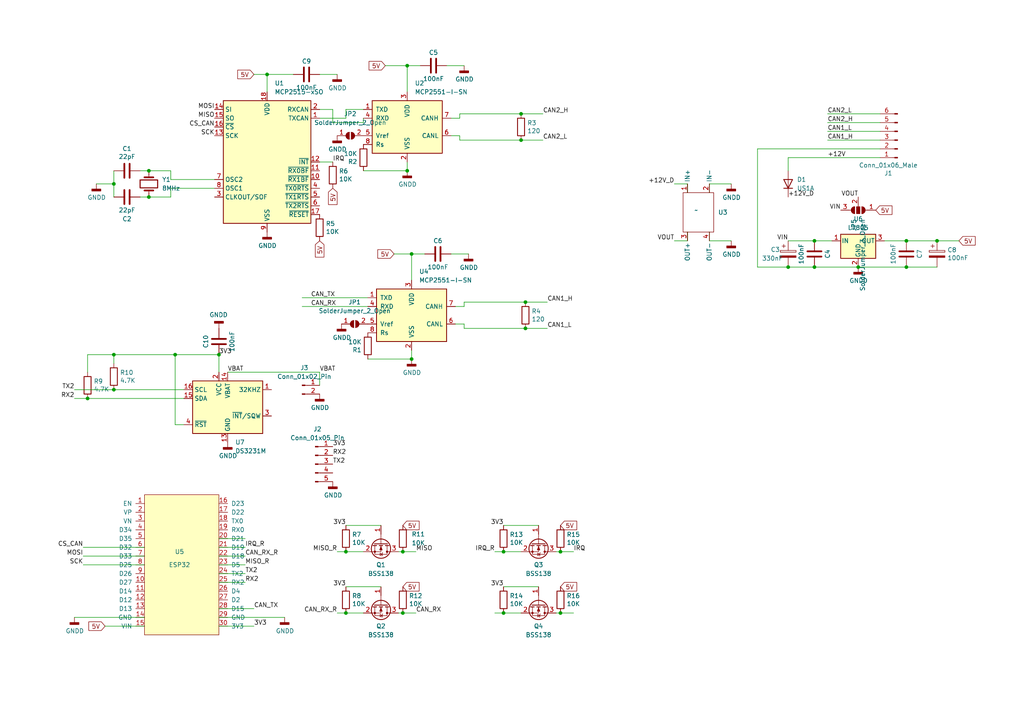
<source format=kicad_sch>
(kicad_sch (version 20230121) (generator eeschema)
  (paper "A4")
  (title_block (title "PSA CAN Bridge") (rev "1.3"))
  (lib_symbols
    (symbol "Connector:Conn_01x02_Pin" (pin_names (offset 1.016) hide)
      (property "Reference" "J" (at 0 2.54 0))
      (property "Value" "Conn_01x02_Pin" (at 0 -5.08 0))
      (symbol "Conn_01x02_Pin_1_1"
        (polyline (pts (xy 1.27 -2.54) (xy 0.8636 -2.54)) (stroke (width 0.1524)))
        (polyline (pts (xy 1.27 0) (xy 0.8636 0)) (stroke (width 0.1524)))
        (rectangle (start 0.8636 -2.413) (end 0 -2.667) (stroke (width 0.1524)) (fill (type outline)))
        (rectangle (start 0.8636 0.127) (end 0 -0.127) (stroke (width 0.1524)) (fill (type outline)))
        (pin passive line (at 5.08 0 180) (length 3.81) (name "Pin_1") (number "1"))
        (pin passive line (at 5.08 -2.54 180) (length 3.81) (name "Pin_2") (number "2"))
      )
    )
    (symbol "Connector:Conn_01x05_Pin" (pin_names (offset 1.016) hide)
      (property "Reference" "J" (at 0 7.62 0))
      (property "Value" "Conn_01x05_Pin" (at 0 -7.62 0))
      (symbol "Conn_01x05_Pin_1_1"
        (polyline (pts (xy 1.27 -5.08) (xy 0.8636 -5.08)) (stroke (width 0.1524)))
        (polyline (pts (xy 1.27 -2.54) (xy 0.8636 -2.54)) (stroke (width 0.1524)))
        (polyline (pts (xy 1.27 0) (xy 0.8636 0)) (stroke (width 0.1524)))
        (polyline (pts (xy 1.27 2.54) (xy 0.8636 2.54)) (stroke (width 0.1524)))
        (polyline (pts (xy 1.27 5.08) (xy 0.8636 5.08)) (stroke (width 0.1524)))
        (rectangle (start 0.8636 -4.953) (end 0 -5.207) (stroke (width 0.1524)) (fill (type outline)))
        (rectangle (start 0.8636 -2.413) (end 0 -2.667) (stroke (width 0.1524)) (fill (type outline)))
        (rectangle (start 0.8636 0.127) (end 0 -0.127) (stroke (width 0.1524)) (fill (type outline)))
        (rectangle (start 0.8636 2.667) (end 0 2.413) (stroke (width 0.1524)) (fill (type outline)))
        (rectangle (start 0.8636 5.207) (end 0 4.953) (stroke (width 0.1524)) (fill (type outline)))
        (pin passive line (at 5.08 5.08 180) (length 3.81) (name "Pin_1") (number "1"))
        (pin passive line (at 5.08 2.54 180) (length 3.81) (name "Pin_2") (number "2"))
        (pin passive line (at 5.08 0 180) (length 3.81) (name "Pin_3") (number "3"))
        (pin passive line (at 5.08 -2.54 180) (length 3.81) (name "Pin_4") (number "4"))
        (pin passive line (at 5.08 -5.08 180) (length 3.81) (name "Pin_5") (number "5"))
      )
    )
    (symbol "Device:C" (pin_numbers hide) (pin_names (offset 0.254))
      (property "Reference" "C" (at 0.635 2.54 0))
      (property "Value" "C" (at 0.635 -2.54 0))
      (symbol "C_0_1"
        (polyline (pts (xy -2.032 -0.762) (xy 2.032 -0.762)) (stroke (width 0.508)))
        (polyline (pts (xy -2.032 0.762) (xy 2.032 0.762)) (stroke (width 0.508)))
      )
      (symbol "C_1_1"
        (pin passive line (at 0 3.81 270) (length 2.794) (name "~") (number "1"))
        (pin passive line (at 0 -3.81 90) (length 2.794) (name "~") (number "2"))
      )
    )
    (symbol "Device:Crystal" (pin_numbers hide) (pin_names (offset 1.016) hide)
      (property "Reference" "Y" (at 0 3.81 0))
      (property "Value" "Crystal" (at 0 -3.81 0))
      (symbol "Crystal_0_1"
        (rectangle (start -1.143 2.54) (end 1.143 -2.54) (stroke (width 0.3048)))
        (polyline (pts (xy -2.54 0) (xy -1.905 0)))
        (polyline (pts (xy -1.905 -1.27) (xy -1.905 1.27)) (stroke (width 0.508)))
        (polyline (pts (xy 1.905 -1.27) (xy 1.905 1.27)) (stroke (width 0.508)))
        (polyline (pts (xy 2.54 0) (xy 1.905 0)))
      )
      (symbol "Crystal_1_1"
        (pin passive line (at -3.81 0 0) (length 1.27) (name "1") (number "1"))
        (pin passive line (at 3.81 0 180) (length 1.27) (name "2") (number "2"))
      )
    )
    (symbol "Device:R" (pin_numbers hide) (pin_names (offset 0))
      (property "Reference" "R" (at 2.032 0 90))
      (property "Value" "R" (at 0 0 90))
      (symbol "R_0_1"
        (rectangle (start -1.016 -2.54) (end 1.016 2.54) (stroke (width 0.254)))
      )
      (symbol "R_1_1"
        (pin passive line (at 0 3.81 270) (length 1.27) (name "~") (number "1"))
        (pin passive line (at 0 -3.81 90) (length 1.27) (name "~") (number "2"))
      )
    )
    (symbol "Diode:US1A" (pin_numbers hide) (pin_names hide)
      (property "Reference" "D" (at 0 2.54 0))
      (property "Value" "US1A" (at 0 -2.54 0))
      (symbol "US1A_0_1"
        (polyline (pts (xy -1.27 1.27) (xy -1.27 -1.27)) (stroke (width 0.254)))
        (polyline (pts (xy 1.27 0) (xy -1.27 0)))
        (polyline (pts (xy 1.27 1.27) (xy 1.27 -1.27) (xy -1.27 0) (xy 1.27 1.27)) (stroke (width 0.254)))
      )
      (symbol "US1A_1_1"
        (pin passive line (at -3.81 0 0) (length 2.54) (name "K") (number "1"))
        (pin passive line (at 3.81 0 180) (length 2.54) (name "A") (number "2"))
      )
    )
    (symbol "ESP32_shield:ESP32" (pin_names (offset 1.016))
      (property "Reference" "U" (at 0 -2.54 0))
      (property "Value" "ESP32" (at 0 0 0))
      (symbol "ESP32_0_1"
        (rectangle (start -10.16 20.32) (end 11.43 -20.32) (fill (type background)))
      )
      (symbol "ESP32_1_1"
        (pin input line (at -10.16 17.78 180) (length 2.54) (name "EN") (number "1"))
        (pin bidirectional line (at -10.16 -5.08 180) (length 2.54) (name "D27") (number "10"))
        (pin bidirectional line (at -10.16 -7.62 180) (length 2.54) (name "D14") (number "11"))
        (pin bidirectional line (at -10.16 -10.16 180) (length 2.54) (name "D12") (number "12"))
        (pin bidirectional line (at -10.16 -12.7 180) (length 2.54) (name "D13") (number "13"))
        (pin passive line (at -10.16 -15.24 180) (length 2.54) (name "GND") (number "14"))
        (pin input line (at -10.16 -17.78 180) (length 2.54) (name "VIN") (number "15"))
        (pin bidirectional line (at 11.43 17.78 0) (length 2.54) (name "D23") (number "16"))
        (pin bidirectional line (at 11.43 15.24 0) (length 2.54) (name "D22") (number "17"))
        (pin bidirectional line (at 11.43 12.7 0) (length 2.54) (name "TX0") (number "18"))
        (pin bidirectional line (at 11.43 10.16 0) (length 2.54) (name "RX0") (number "19"))
        (pin input line (at -10.16 15.24 180) (length 2.54) (name "VP") (number "2"))
        (pin bidirectional line (at 11.43 7.62 0) (length 2.54) (name "D21") (number "20"))
        (pin bidirectional line (at 11.43 5.08 0) (length 2.54) (name "D19") (number "21"))
        (pin bidirectional line (at 11.43 2.54 0) (length 2.54) (name "D18") (number "22"))
        (pin bidirectional line (at 11.43 0 0) (length 2.54) (name "D5") (number "23"))
        (pin bidirectional line (at 11.43 -2.54 0) (length 2.54) (name "TX2") (number "24"))
        (pin bidirectional line (at 11.43 -5.08 0) (length 2.54) (name "RX2") (number "25"))
        (pin bidirectional line (at 11.43 -7.62 0) (length 2.54) (name "D4") (number "26"))
        (pin bidirectional line (at 11.43 -10.16 0) (length 2.54) (name "D2") (number "27"))
        (pin bidirectional line (at 11.43 -12.7 0) (length 2.54) (name "D15") (number "28"))
        (pin bidirectional line (at 11.43 -15.24 0) (length 2.54) (name "GND") (number "29"))
        (pin input line (at -10.16 12.7 180) (length 2.54) (name "VN") (number "3"))
        (pin bidirectional line (at 11.43 -17.78 0) (length 2.54) (name "3V3") (number "30"))
        (pin input line (at -10.16 10.16 180) (length 2.54) (name "D34") (number "4"))
        (pin bidirectional line (at -10.16 7.62 180) (length 2.54) (name "D35") (number "5"))
        (pin bidirectional line (at -10.16 5.08 180) (length 2.54) (name "D32") (number "6"))
        (pin bidirectional line (at -10.16 2.54 180) (length 2.54) (name "D33") (number "7"))
        (pin bidirectional line (at -10.16 0 180) (length 2.54) (name "D25") (number "8"))
        (pin bidirectional line (at -10.16 -2.54 180) (length 2.54) (name "D26") (number "9"))
      )
    )
    (symbol "Interface_CAN_LIN:MCP2515-xSO"
      (property "Reference" "U" (at -10.16 19.685 0))
      (property "Value" "MCP2515-xSO" (at 19.05 20.32 0))
      (symbol "MCP2515-xSO_0_1"
        (rectangle (start -12.7 17.78) (end 12.7 -17.78) (stroke (width 0.254)) (fill (type background)))
      )
      (symbol "MCP2515-xSO_1_1"
        (pin output line (at 15.24 12.7 180) (length 2.54) (name "TXCAN") (number "1"))
        (pin output line (at 15.24 -5.08 180) (length 2.54) (name "~{RX1BF}") (number "10"))
        (pin output line (at 15.24 -2.54 180) (length 2.54) (name "~{RX0BF}") (number "11"))
        (pin output line (at 15.24 0 180) (length 2.54) (name "~{INT}") (number "12"))
        (pin input line (at -15.24 7.62 0) (length 2.54) (name "SCK") (number "13"))
        (pin input line (at -15.24 15.24 0) (length 2.54) (name "SI") (number "14"))
        (pin output line (at -15.24 12.7 0) (length 2.54) (name "SO") (number "15"))
        (pin input line (at -15.24 10.16 0) (length 2.54) (name "~{CS}") (number "16"))
        (pin input line (at 15.24 -15.24 180) (length 2.54) (name "~{RESET}") (number "17"))
        (pin power_in line (at 0 20.32 270) (length 2.54) (name "VDD") (number "18"))
        (pin input line (at 15.24 15.24 180) (length 2.54) (name "RXCAN") (number "2"))
        (pin output line (at -15.24 -10.16 0) (length 2.54) (name "CLKOUT/SOF") (number "3"))
        (pin input line (at 15.24 -7.62 180) (length 2.54) (name "~{TX0RTS}") (number "4"))
        (pin input line (at 15.24 -10.16 180) (length 2.54) (name "~{TX1RTS}") (number "5"))
        (pin input line (at 15.24 -12.7 180) (length 2.54) (name "~{TX2RTS}") (number "6"))
        (pin output line (at -15.24 -5.08 0) (length 2.54) (name "OSC2") (number "7"))
        (pin input line (at -15.24 -7.62 0) (length 2.54) (name "OSC1") (number "8"))
        (pin power_in line (at 0 -20.32 90) (length 2.54) (name "VSS") (number "9"))
      )
    )
    (symbol "Interface_CAN_LIN:MCP2551-I-SN" (pin_names (offset 1.016))
      (property "Reference" "U" (at -10.16 8.89 0))
      (property "Value" "MCP2551-I-SN" (at 2.54 8.89 0))
      (symbol "MCP2551-I-SN_0_1"
        (rectangle (start -10.16 7.62) (end 10.16 -7.62) (stroke (width 0.254)) (fill (type background)))
      )
      (symbol "MCP2551-I-SN_1_1"
        (pin input line (at -12.7 5.08 0) (length 2.54) (name "TXD") (number "1"))
        (pin power_in line (at 0 -10.16 90) (length 2.54) (name "VSS") (number "2"))
        (pin power_in line (at 0 10.16 270) (length 2.54) (name "VDD") (number "3"))
        (pin output line (at -12.7 2.54 0) (length 2.54) (name "RXD") (number "4"))
        (pin power_out line (at -12.7 -2.54 0) (length 2.54) (name "Vref") (number "5"))
        (pin bidirectional line (at 12.7 -2.54 180) (length 2.54) (name "CANL") (number "6"))
        (pin bidirectional line (at 12.7 2.54 180) (length 2.54) (name "CANH") (number "7"))
        (pin input line (at -12.7 -5.08 0) (length 2.54) (name "Rs") (number "8"))
      )
    )
    (symbol "Jumper:SolderJumper_2_Open" (pin_names (offset 0) hide)
      (property "Reference" "JP" (at 0 2.032 0))
      (property "Value" "SolderJumper_2_Open" (at 0 -2.54 0))
      (symbol "SolderJumper_2_Open_0_1"
        (arc (start -0.254 1.016) (mid -1.2656 0) (end -0.254 -1.016))
        (arc (start -0.254 1.016) (mid -1.2656 0) (end -0.254 -1.016) (fill (type outline)))
        (polyline (pts (xy -0.254 1.016) (xy -0.254 -1.016)))
        (polyline (pts (xy 0.254 1.016) (xy 0.254 -1.016)))
        (arc (start 0.254 -1.016) (mid 1.2656 0) (end 0.254 1.016))
        (arc (start 0.254 -1.016) (mid 1.2656 0) (end 0.254 1.016) (fill (type outline)))
      )
      (symbol "SolderJumper_2_Open_1_1"
        (pin passive line (at -3.81 0 0) (length 2.54) (name "A") (number "1"))
        (pin passive line (at 3.81 0 180) (length 2.54) (name "B") (number "2"))
      )
    )
    (symbol "Jumper:SolderJumper_3_Open" (pin_names (offset 0) hide)
      (property "Reference" "JP" (at -2.54 -2.54 0))
      (property "Value" "SolderJumper_3_Open" (at 0 2.794 0))
      (symbol "SolderJumper_3_Open_0_1"
        (arc (start -1.016 1.016) (mid -2.0276 0) (end -1.016 -1.016))
        (arc (start -1.016 1.016) (mid -2.0276 0) (end -1.016 -1.016) (fill (type outline)))
        (rectangle (start -0.508 1.016) (end 0.508 -1.016) (fill (type outline)))
        (polyline (pts (xy -2.54 0) (xy -2.032 0)))
        (polyline (pts (xy -1.016 1.016) (xy -1.016 -1.016)))
        (polyline (pts (xy 0 -1.27) (xy 0 -1.016)))
        (polyline (pts (xy 1.016 1.016) (xy 1.016 -1.016)))
        (polyline (pts (xy 2.54 0) (xy 2.032 0)))
        (arc (start 1.016 -1.016) (mid 2.0276 0) (end 1.016 1.016))
        (arc (start 1.016 -1.016) (mid 2.0276 0) (end 1.016 1.016) (fill (type outline)))
      )
      (symbol "SolderJumper_3_Open_1_1"
        (pin passive line (at -5.08 0 0) (length 2.54) (name "A") (number "1"))
        (pin passive line (at 0 -3.81 90) (length 2.54) (name "C") (number "2"))
        (pin passive line (at 5.08 0 180) (length 2.54) (name "B") (number "3"))
      )
    )
    (symbol "PSACANBridgeHW_v11-rescue:CP-Device" (pin_numbers hide) (pin_names (offset 0.254))
      (property "Reference" "C" (at 0.635 2.54 0))
      (property "Value" "Device_CP" (at 0.635 -2.54 0))
      (symbol "CP-Device_0_1"
        (rectangle (start -2.286 0.508) (end 2.286 1.016))
        (polyline (pts (xy -1.778 2.286) (xy -0.762 2.286)))
        (polyline (pts (xy -1.27 2.794) (xy -1.27 1.778)))
        (rectangle (start 2.286 -0.508) (end -2.286 -1.016) (fill (type outline)))
      )
      (symbol "CP-Device_1_1"
        (pin passive line (at 0 3.81 270) (length 2.794) (name "~") (number "1"))
        (pin passive line (at 0 -3.81 90) (length 2.794) (name "~") (number "2"))
      )
    )
    (symbol "PSACANBridgeHW_v11-rescue:Conn_01x06_Male-Connector" (pin_names (offset 1.016) hide)
      (property "Reference" "J" (at 0 7.62 0))
      (property "Value" "Connector_Conn_01x06_Male" (at 0 -10.16 0))
      (symbol "Conn_01x06_Male-Connector_1_1"
        (polyline (pts (xy 1.27 -7.62) (xy 0.8636 -7.62)) (stroke (width 0.1524)))
        (polyline (pts (xy 1.27 -5.08) (xy 0.8636 -5.08)) (stroke (width 0.1524)))
        (polyline (pts (xy 1.27 -2.54) (xy 0.8636 -2.54)) (stroke (width 0.1524)))
        (polyline (pts (xy 1.27 0) (xy 0.8636 0)) (stroke (width 0.1524)))
        (polyline (pts (xy 1.27 2.54) (xy 0.8636 2.54)) (stroke (width 0.1524)))
        (polyline (pts (xy 1.27 5.08) (xy 0.8636 5.08)) (stroke (width 0.1524)))
        (rectangle (start 0.8636 -7.493) (end 0 -7.747) (stroke (width 0.1524)) (fill (type outline)))
        (rectangle (start 0.8636 -4.953) (end 0 -5.207) (stroke (width 0.1524)) (fill (type outline)))
        (rectangle (start 0.8636 -2.413) (end 0 -2.667) (stroke (width 0.1524)) (fill (type outline)))
        (rectangle (start 0.8636 0.127) (end 0 -0.127) (stroke (width 0.1524)) (fill (type outline)))
        (rectangle (start 0.8636 2.667) (end 0 2.413) (stroke (width 0.1524)) (fill (type outline)))
        (rectangle (start 0.8636 5.207) (end 0 4.953) (stroke (width 0.1524)) (fill (type outline)))
        (pin passive line (at 5.08 5.08 180) (length 3.81) (name "Pin_1") (number "1"))
        (pin passive line (at 5.08 2.54 180) (length 3.81) (name "Pin_2") (number "2"))
        (pin passive line (at 5.08 0 180) (length 3.81) (name "Pin_3") (number "3"))
        (pin passive line (at 5.08 -2.54 180) (length 3.81) (name "Pin_4") (number "4"))
        (pin passive line (at 5.08 -5.08 180) (length 3.81) (name "Pin_5") (number "5"))
        (pin passive line (at 5.08 -7.62 180) (length 3.81) (name "Pin_6") (number "6"))
      )
    )
    (symbol "Regulator_Linear:L7805" (pin_names (offset 0.254))
      (property "Reference" "U" (at -3.81 3.175 0))
      (property "Value" "L7805" (at 0 3.175 0))
      (symbol "L7805_0_1"
        (rectangle (start -5.08 1.905) (end 5.08 -5.08) (stroke (width 0.254)) (fill (type background)))
      )
      (symbol "L7805_1_1"
        (pin power_in line (at -7.62 0 0) (length 2.54) (name "IN") (number "1"))
        (pin power_in line (at 0 -7.62 90) (length 2.54) (name "GND") (number "2"))
        (pin power_out line (at 7.62 0 180) (length 2.54) (name "OUT") (number "3"))
      )
    )
    (symbol "Timer_RTC:DS3231M"
      (property "Reference" "U" (at -7.62 8.89 0))
      (property "Value" "DS3231M" (at 10.16 8.89 0))
      (symbol "DS3231M_0_1"
        (rectangle (start -10.16 7.62) (end 10.16 -7.62) (stroke (width 0.254)) (fill (type background)))
      )
      (symbol "DS3231M_1_1"
        (pin open_collector line (at 12.7 5.08 180) (length 2.54) (name "32KHZ") (number "1"))
        (pin passive line (at 0 -10.16 90) (length 2.54) hide (name "GND") (number "10"))
        (pin passive line (at 0 -10.16 90) (length 2.54) hide (name "GND") (number "11"))
        (pin passive line (at 0 -10.16 90) (length 2.54) hide (name "GND") (number "12"))
        (pin power_in line (at 0 -10.16 90) (length 2.54) (name "GND") (number "13"))
        (pin power_in line (at 0 10.16 270) (length 2.54) (name "VBAT") (number "14"))
        (pin bidirectional line (at -12.7 2.54 0) (length 2.54) (name "SDA") (number "15"))
        (pin input line (at -12.7 5.08 0) (length 2.54) (name "SCL") (number "16"))
        (pin power_in line (at -2.54 10.16 270) (length 2.54) (name "VCC") (number "2"))
        (pin open_collector line (at 12.7 -2.54 180) (length 2.54) (name "~{INT}/SQW") (number "3"))
        (pin bidirectional line (at -12.7 -5.08 0) (length 2.54) (name "~{RST}") (number "4"))
        (pin passive line (at 0 -10.16 90) (length 2.54) hide (name "GND") (number "5"))
        (pin passive line (at 0 -10.16 90) (length 2.54) hide (name "GND") (number "6"))
        (pin passive line (at 0 -10.16 90) (length 2.54) hide (name "GND") (number "7"))
        (pin passive line (at 0 -10.16 90) (length 2.54) hide (name "GND") (number "8"))
        (pin passive line (at 0 -10.16 90) (length 2.54) hide (name "GND") (number "9"))
      )
    )
    (symbol "Transistor_FET:BSS138" (pin_names hide)
      (property "Reference" "Q" (at 5.08 1.905 0))
      (property "Value" "BSS138" (at 5.08 0 0))
      (symbol "BSS138_0_1"
        (polyline (pts (xy 0.254 0) (xy -2.54 0)))
        (polyline (pts (xy 0.254 1.905) (xy 0.254 -1.905)) (stroke (width 0.254)))
        (polyline (pts (xy 0.762 -1.27) (xy 0.762 -2.286)) (stroke (width 0.254)))
        (polyline (pts (xy 0.762 0.508) (xy 0.762 -0.508)) (stroke (width 0.254)))
        (polyline (pts (xy 0.762 2.286) (xy 0.762 1.27)) (stroke (width 0.254)))
        (polyline (pts (xy 2.54 2.54) (xy 2.54 1.778)))
        (polyline (pts (xy 2.54 -2.54) (xy 2.54 0) (xy 0.762 0)))
        (polyline (pts (xy 0.762 -1.778) (xy 3.302 -1.778) (xy 3.302 1.778) (xy 0.762 1.778)))
        (polyline (pts (xy 1.016 0) (xy 2.032 0.381) (xy 2.032 -0.381) (xy 1.016 0)) (fill (type outline)))
        (polyline (pts (xy 2.794 0.508) (xy 2.921 0.381) (xy 3.683 0.381) (xy 3.81 0.254)))
        (polyline (pts (xy 3.302 0.381) (xy 2.921 -0.254) (xy 3.683 -0.254) (xy 3.302 0.381)))
        (circle (center 1.651 0) (radius 2.794) (stroke (width 0.254)))
        (circle (center 2.54 -1.778) (radius 0.254) (fill (type outline)))
        (circle (center 2.54 1.778) (radius 0.254) (fill (type outline)))
      )
      (symbol "BSS138_1_1"
        (pin input line (at -5.08 0 0) (length 2.54) (name "G") (number "1"))
        (pin passive line (at 2.54 -5.08 90) (length 2.54) (name "S") (number "2"))
        (pin passive line (at 2.54 5.08 270) (length 2.54) (name "D") (number "3"))
      )
    )
    (symbol "power:GNDD" (power) (pin_names (offset 0))
      (property "Value" "GNDD" (at 0 -3.175 0))
      (symbol "GNDD_0_1"
        (rectangle (start -1.27 -1.524) (end 1.27 -2.032) (stroke (width 0.254)) (fill (type outline)))
        (polyline (pts (xy 0 0) (xy 0 -1.524)))
      )
      (symbol "GNDD_1_1"
        (pin power_in line (at 0 0 270) (length 0) hide (name "GNDD") (number "1"))
      )
    )
    (symbol "stepdown_mp1584_shield:StepDown_MP1584_shield"
      (property "Reference" "U" (at 0 0 0))
      (symbol "StepDown_MP1584_shield_0_1"
        (rectangle (start -3.81 5.08) (end 5.08 -6.35))
      )
      (symbol "StepDown_MP1584_shield_1_1"
        (pin input line (at -2.54 5.08 90) (length 2.54) (name "IN+") (number "1"))
        (pin input line (at 3.81 5.08 90) (length 2.54) (name "IN-") (number "2"))
        (pin output line (at -2.54 -6.35 270) (length 2.54) (name "OUT+") (number "3"))
        (pin output line (at 3.81 -6.35 270) (length 2.54) (name "OUT-") (number "4"))
      )
    )
  )
  (junction (at 236.22 69.85))
  (junction (at 43.18 49.53))
  (junction (at 248.92 77.47))
  (junction (at 100.33 160.02))
  (junction (at 152.4 87.63))
  (junction (at 151.13 33.02))
  (junction (at 119.38 104.14))
  (junction (at 236.22 77.47))
  (junction (at 152.4 95.25))
  (junction (at 116.84 160.02))
  (junction (at 228.6 77.47))
  (junction (at 119.38 73.66))
  (junction (at 77.47 21.59))
  (junction (at 43.18 57.15))
  (junction (at 118.11 19.05))
  (junction (at 50.8 102.87))
  (junction (at 116.84 177.8))
  (junction (at 146.05 177.8))
  (junction (at 262.89 69.85))
  (junction (at 271.78 69.85))
  (junction (at 146.05 160.02))
  (junction (at 100.33 177.8))
  (junction (at 63.5 102.87))
  (junction (at 33.02 102.87))
  (junction (at 162.56 177.8))
  (junction (at 33.02 53.34))
  (junction (at 262.89 77.47))
  (junction (at 162.56 160.02))
  (junction (at 151.13 40.64))
  (junction (at 33.02 113.03))
  (junction (at 118.11 49.53))
  (junction (at 25.4 115.57))
  (wire (pts (xy 30.48 181.61) (xy 41.91 181.61)))
  (wire (pts (xy 25.4 102.87) (xy 33.02 102.87)))
  (wire (pts (xy 262.89 77.47) (xy 271.78 77.47)))
  (wire (pts (xy 77.47 21.59) (xy 85.09 21.59)))
  (wire (pts (xy 43.18 49.53) (xy 49.53 49.53)))
  (wire (pts (xy 195.58 69.85) (xy 199.39 69.85)))
  (wire (pts (xy 40.64 57.15) (xy 43.18 57.15)))
  (wire (pts (xy 25.4 107.95) (xy 25.4 102.87)))
  (wire (pts (xy 63.5 168.91) (xy 71.12 168.91)))
  (wire (pts (xy 96.52 31.75) (xy 96.52 35.56)))
  (wire (pts (xy 97.79 160.02) (xy 100.33 160.02)))
  (wire (pts (xy 41.91 179.07) (xy 21.59 179.07)))
  (wire (pts (xy 132.08 88.9) (xy 134.62 88.9)))
  (wire (pts (xy 63.5 181.61) (xy 73.66 181.61)))
  (wire (pts (xy 53.34 123.19) (xy 50.8 123.19)))
  (wire (pts (xy 92.71 21.59) (xy 97.79 21.59)))
  (wire (pts (xy 49.53 49.53) (xy 49.53 52.07)))
  (wire (pts (xy 87.63 88.9) (xy 106.68 88.9)))
  (wire (pts (xy 205.74 69.85) (xy 212.09 69.85)))
  (wire (pts (xy 133.35 34.29) (xy 133.35 33.02)))
  (wire (pts (xy 130.81 39.37) (xy 133.35 39.37)))
  (wire (pts (xy 40.64 49.53) (xy 43.18 49.53)))
  (wire (pts (xy 105.41 49.53) (xy 118.11 49.53)))
  (wire (pts (xy 100.33 170.18) (xy 110.49 170.18)))
  (wire (pts (xy 92.71 111.76) (xy 92.71 107.95)))
  (wire (pts (xy 133.35 33.02) (xy 151.13 33.02)))
  (wire (pts (xy 33.02 102.87) (xy 33.02 105.41)))
  (wire (pts (xy 115.57 177.8) (xy 116.84 177.8)))
  (wire (pts (xy 71.12 156.21) (xy 63.5 156.21)))
  (wire (pts (xy 49.53 54.61) (xy 49.53 57.15)))
  (wire (pts (xy 236.22 69.85) (xy 241.3 69.85)))
  (wire (pts (xy 63.5 166.37) (xy 71.12 166.37)))
  (wire (pts (xy 21.59 115.57) (xy 25.4 115.57)))
  (wire (pts (xy 50.8 123.19) (xy 50.8 102.87)))
  (wire (pts (xy 132.08 93.98) (xy 134.62 93.98)))
  (wire (pts (xy 151.13 40.64) (xy 157.48 40.64)))
  (wire (pts (xy 119.38 73.66) (xy 123.19 73.66)))
  (wire (pts (xy 151.13 177.8) (xy 146.05 177.8)))
  (wire (pts (xy 92.71 46.99) (xy 96.52 46.99)))
  (wire (pts (xy 152.4 95.25) (xy 158.75 95.25)))
  (wire (pts (xy 100.33 152.4) (xy 110.49 152.4)))
  (wire (pts (xy 240.03 40.64) (xy 255.27 40.64)))
  (wire (pts (xy 146.05 152.4) (xy 156.21 152.4)))
  (wire (pts (xy 228.6 45.72) (xy 228.6 49.53)))
  (wire (pts (xy 100.33 34.29) (xy 100.33 31.75)))
  (wire (pts (xy 33.02 53.34) (xy 33.02 57.15)))
  (wire (pts (xy 27.94 53.34) (xy 33.02 53.34)))
  (wire (pts (xy 105.41 177.8) (xy 100.33 177.8)))
  (wire (pts (xy 111.76 19.05) (xy 118.11 19.05)))
  (wire (pts (xy 24.13 158.75) (xy 41.91 158.75)))
  (wire (pts (xy 236.22 77.47) (xy 248.92 77.47)))
  (wire (pts (xy 41.91 163.83) (xy 24.13 163.83)))
  (wire (pts (xy 114.3 73.66) (xy 119.38 73.66)))
  (wire (pts (xy 133.35 39.37) (xy 133.35 40.64)))
  (wire (pts (xy 118.11 46.99) (xy 118.11 49.53)))
  (wire (pts (xy 49.53 52.07) (xy 62.23 52.07)))
  (wire (pts (xy 134.62 87.63) (xy 152.4 87.63)))
  (wire (pts (xy 195.58 53.34) (xy 199.39 53.34)))
  (wire (pts (xy 240.03 35.56) (xy 255.27 35.56)))
  (wire (pts (xy 161.29 160.02) (xy 162.56 160.02)))
  (wire (pts (xy 100.33 31.75) (xy 105.41 31.75)))
  (wire (pts (xy 143.51 160.02) (xy 146.05 160.02)))
  (wire (pts (xy 130.81 73.66) (xy 135.89 73.66)))
  (wire (pts (xy 134.62 95.25) (xy 152.4 95.25)))
  (wire (pts (xy 256.54 69.85) (xy 262.89 69.85)))
  (wire (pts (xy 97.79 177.8) (xy 100.33 177.8)))
  (wire (pts (xy 77.47 21.59) (xy 77.47 26.67)))
  (wire (pts (xy 63.5 158.75) (xy 71.12 158.75)))
  (wire (pts (xy 106.68 86.36) (xy 87.63 86.36)))
  (wire (pts (xy 205.74 67.31) (xy 205.74 69.85)))
  (wire (pts (xy 115.57 160.02) (xy 116.84 160.02)))
  (wire (pts (xy 73.66 21.59) (xy 77.47 21.59)))
  (wire (pts (xy 205.74 53.34) (xy 212.09 53.34)))
  (wire (pts (xy 63.5 163.83) (xy 71.12 163.83)))
  (wire (pts (xy 158.75 87.63) (xy 152.4 87.63)))
  (wire (pts (xy 248.92 77.47) (xy 262.89 77.47)))
  (wire (pts (xy 116.84 160.02) (xy 120.65 160.02)))
  (wire (pts (xy 151.13 33.02) (xy 157.48 33.02)))
  (wire (pts (xy 92.71 31.75) (xy 96.52 31.75)))
  (wire (pts (xy 146.05 170.18) (xy 156.21 170.18)))
  (wire (pts (xy 162.56 177.8) (xy 166.37 177.8)))
  (wire (pts (xy 41.91 161.29) (xy 24.13 161.29)))
  (wire (pts (xy 199.39 53.34) (xy 199.39 55.88)))
  (wire (pts (xy 106.68 104.14) (xy 119.38 104.14)))
  (wire (pts (xy 134.62 93.98) (xy 134.62 95.25)))
  (wire (pts (xy 21.59 113.03) (xy 33.02 113.03)))
  (wire (pts (xy 129.54 19.05) (xy 134.62 19.05)))
  (wire (pts (xy 116.84 177.8) (xy 120.65 177.8)))
  (wire (pts (xy 240.03 38.1) (xy 255.27 38.1)))
  (wire (pts (xy 161.29 177.8) (xy 162.56 177.8)))
  (wire (pts (xy 162.56 160.02) (xy 166.37 160.02)))
  (wire (pts (xy 25.4 115.57) (xy 53.34 115.57)))
  (wire (pts (xy 119.38 73.66) (xy 119.38 81.28)))
  (wire (pts (xy 105.41 35.56) (xy 105.41 34.29)))
  (wire (pts (xy 63.5 102.87) (xy 63.5 107.95)))
  (wire (pts (xy 105.41 160.02) (xy 100.33 160.02)))
  (wire (pts (xy 118.11 19.05) (xy 121.92 19.05)))
  (wire (pts (xy 33.02 113.03) (xy 53.34 113.03)))
  (wire (pts (xy 33.02 49.53) (xy 33.02 53.34)))
  (wire (pts (xy 228.6 69.85) (xy 236.22 69.85)))
  (wire (pts (xy 63.5 176.53) (xy 73.66 176.53)))
  (wire (pts (xy 199.39 69.85) (xy 199.39 67.31)))
  (wire (pts (xy 228.6 45.72) (xy 255.27 45.72)))
  (wire (pts (xy 50.8 102.87) (xy 63.5 102.87)))
  (wire (pts (xy 228.6 77.47) (xy 236.22 77.47)))
  (wire (pts (xy 219.71 43.18) (xy 255.27 43.18)))
  (wire (pts (xy 130.81 34.29) (xy 133.35 34.29)))
  (wire (pts (xy 43.18 57.15) (xy 49.53 57.15)))
  (wire (pts (xy 133.35 40.64) (xy 151.13 40.64)))
  (wire (pts (xy 63.5 161.29) (xy 71.12 161.29)))
  (wire (pts (xy 49.53 54.61) (xy 62.23 54.61)))
  (wire (pts (xy 271.78 69.85) (xy 278.13 69.85)))
  (wire (pts (xy 92.71 107.95) (xy 66.04 107.95)))
  (wire (pts (xy 118.11 19.05) (xy 118.11 26.67)))
  (wire (pts (xy 151.13 160.02) (xy 146.05 160.02)))
  (wire (pts (xy 219.71 43.18) (xy 219.71 77.47)))
  (wire (pts (xy 240.03 33.02) (xy 255.27 33.02)))
  (wire (pts (xy 33.02 102.87) (xy 50.8 102.87)))
  (wire (pts (xy 262.89 69.85) (xy 271.78 69.85)))
  (wire (pts (xy 119.38 101.6) (xy 119.38 104.14)))
  (wire (pts (xy 134.62 88.9) (xy 134.62 87.63)))
  (wire (pts (xy 228.6 77.47) (xy 219.71 77.47)))
  (wire (pts (xy 63.5 179.07) (xy 82.55 179.07)))
  (wire (pts (xy 205.74 55.88) (xy 205.74 53.34)))
  (wire (pts (xy 143.51 177.8) (xy 146.05 177.8)))
  (wire (pts (xy 92.71 34.29) (xy 100.33 34.29)))
  (wire (pts (xy 96.52 35.56) (xy 105.41 35.56)))
  (label "VOUT" (at 248.92 57.15 180))
  (label "VIN" (at 243.84 60.96 180))
  (label "CAN_RX" (at 120.65 177.8 0))
  (label "3V3" (at 146.05 170.18 180))
  (label "+12V_D" (at 195.58 53.34 180))
  (label "3V3" (at 96.52 129.54 0))
  (label "CAN_TX" (at 73.66 176.53 0))
  (label "3V3" (at 146.05 152.4 180))
  (label "CAN_RX_R" (at 97.79 177.8 180))
  (label "3V3" (at 100.33 170.18 180))
  (label "CAN2_L" (at 157.48 40.64 0))
  (label "MISO_R" (at 97.79 160.02 180))
  (label "3V3" (at 100.33 152.4 180))
  (label "TX2" (at 21.59 113.03 180))
  (label "TX2" (at 71.12 166.37 0))
  (label "MOSI" (at 62.23 31.75 180))
  (label "CAN1_L" (at 158.75 95.25 0))
  (label "RX2" (at 21.59 115.57 180))
  (label "CS_CAN" (at 24.13 158.75 180))
  (label "+12V_D" (at 228.6 57.15 0))
  (label "CAN2_H" (at 157.48 33.02 0))
  (label "CAN2_H" (at 240.03 35.56 0))
  (label "IRQ" (at 166.37 160.02 0))
  (label "CAN2_L" (at 240.03 33.02 0))
  (label "3V3" (at 63.5 102.87 0))
  (label "TX2" (at 96.52 134.62 0))
  (label "RX2" (at 71.12 168.91 0))
  (label "CAN_RX" (at 90.17 88.9 0))
  (label "CAN_RX_R" (at 71.12 161.29 0))
  (label "CAN1_L" (at 240.03 38.1 0))
  (label "IRQ_R" (at 71.12 158.75 0))
  (label "CS_CAN" (at 62.23 36.83 180))
  (label "RX2" (at 96.52 132.08 0))
  (label "IRQ" (at 96.52 46.99 0))
  (label "VBAT" (at 66.04 107.95 0))
  (label "MISO" (at 62.23 34.29 180))
  (label "MISO" (at 120.65 160.02 0))
  (label "IRQ_R" (at 143.51 160.02 180))
  (label "CAN1_H" (at 240.03 40.64 0))
  (label "VOUT" (at 195.58 69.85 180))
  (label "SCK" (at 24.13 163.83 180))
  (label "CAN1_H" (at 158.75 87.63 0))
  (label "MISO_R" (at 71.12 163.83 0))
  (label "+12V" (at 240.03 45.72 0))
  (label "CAN_TX" (at 90.17 86.36 0))
  (label "VIN" (at 228.6 69.85 180))
  (label "SCK" (at 62.23 39.37 180))
  (label "VBAT" (at 92.71 107.95 0))
  (label "3V3" (at 73.66 181.61 0))
  (label "MOSI" (at 24.13 161.29 180))
  (global_label "5V" (shape input) (at 254 60.96 0) (property "Intersheetrefs" "${INTERSHEET_REFS}" (effects hide)))
  (global_label "5V" (shape input) (at 73.66 21.59 180) (property "Intersheetrefs" "${INTERSHEET_REFS}" (effects hide)))
  (global_label "5V" (shape input) (at 116.84 170.18 0) (property "Intersheetrefs" "${INTERSHEET_REFS}" (effects hide)))
  (global_label "5V" (shape input) (at 114.3 73.66 180) (property "Intersheetrefs" "${INTERSHEET_REFS}" (effects hide)))
  (global_label "5V" (shape input) (at 162.56 152.4 0) (property "Intersheetrefs" "${INTERSHEET_REFS}" (effects hide)))
  (global_label "5V" (shape input) (at 278.13 69.85 0) (property "Intersheetrefs" "${INTERSHEET_REFS}" (effects hide)))
  (global_label "5V" (shape input) (at 30.48 181.61 180) (property "Intersheetrefs" "${INTERSHEET_REFS}" (effects hide)))
  (global_label "5V" (shape input) (at 92.71 69.85 270) (property "Intersheetrefs" "${INTERSHEET_REFS}" (effects hide)))
  (global_label "5V" (shape input) (at 111.76 19.05 180) (property "Intersheetrefs" "${INTERSHEET_REFS}" (effects hide)))
  (global_label "5V" (shape input) (at 96.52 54.61 270) (property "Intersheetrefs" "${INTERSHEET_REFS}" (effects hide)))
  (global_label "5V" (shape input) (at 116.84 152.4 0) (property "Intersheetrefs" "${INTERSHEET_REFS}" (effects hide)))
  (global_label "5V" (shape input) (at 162.56 170.18 0) (property "Intersheetrefs" "${INTERSHEET_REFS}" (effects hide)))
  (symbol (lib_id "Device:C") (at 36.83 49.53 270) (unit 1)
    (property "Reference" "C1" (at 36.83 43.1292 90))
    (property "Value" "22pF" (at 36.83 45.4406 90))
    (property "Footprint" "Capacitor_SMD:C_0603_1608Metric_Pad1.08x0.95mm_HandSolder" (effects hide))
    (property "LCSC" "C1653" (effects hide))
  )
  (symbol (lib_id "Device:C") (at 36.83 57.15 270) (unit 1)
    (property "Reference" "C2" (at 36.83 63.5 90))
    (property "Value" "22pF" (at 36.83 60.96 90))
    (property "Footprint" "Capacitor_SMD:C_0603_1608Metric_Pad1.08x0.95mm_HandSolder" (effects hide))
    (property "LCSC" "C1653" (effects hide))
  )
  (symbol (lib_id "power:GNDD") (at 27.94 53.34 0) (unit 1)
    (property "Reference" "#PWR0101" (effects hide))
    (property "Value" "GNDD" (at 28.0416 57.277 0))
  )
  (symbol (lib_id "power:GNDD") (at 77.47 67.31 0) (unit 1)
    (property "Reference" "#PWR0102" (effects hide))
    (property "Value" "GNDD" (at 77.5716 71.247 0))
  )
  (symbol (lib_id "PSACANBridgeHW_v11-rescue:Conn_01x06_Male-Connector") (at 260.35 40.64 180) (unit 1)
    (property "Reference" "J1" (at 257.6576 50.2412 0))
    (property "Value" "Conn_01x06_Male" (at 257.6576 47.9298 0))
    (property "Footprint" "Connector_JST:JST_EH_S6B-EH_1x06_P2.50mm_Horizontal" (effects hide))
  )
  (symbol (lib_id "power:GNDD") (at 119.38 104.14 0) (unit 1)
    (property "Reference" "#PWR0106" (effects hide))
    (property "Value" "GNDD" (at 119.4816 108.077 0))
  )
  (symbol (lib_id "power:GNDD") (at 248.92 77.47 0) (unit 1)
    (property "Reference" "#PWR0107" (effects hide))
    (property "Value" "GNDD" (at 249.0216 81.407 0))
  )
  (symbol (lib_id "Device:R") (at 151.13 36.83 0) (unit 1)
    (property "Reference" "R3" (at 152.908 35.6616 0) (effects (justify left)))
    (property "Value" "120" (at 152.908 37.973 0) (effects (justify left)))
    (property "Footprint" "Resistor_SMD:R_0603_1608Metric_Pad0.98x0.95mm_HandSolder" (effects hide))
  )
  (symbol (lib_id "Device:R") (at 152.4 91.44 0) (unit 1)
    (property "Reference" "R4" (at 154.178 90.2716 0) (effects (justify left)))
    (property "Value" "120" (at 154.178 92.583 0) (effects (justify left)))
    (property "Footprint" "Resistor_SMD:R_0603_1608Metric_Pad0.98x0.95mm_HandSolder" (effects hide))
  )
  (symbol (lib_id "ESP32_shield:ESP32") (at 52.07 163.83 0) (unit 1)
    (property "Reference" "U5" (at 52.07 160.02 0))
    (property "Value" "ESP32" (at 52.07 163.83 0))
    (property "Footprint" "PSACANBridgeHW_v13:ESP32_shield" (effects hide))
  )
  (symbol (lib_id "Device:C") (at 127 73.66 270) (unit 1)
    (property "Reference" "C6" (at 127 69.85 90))
    (property "Value" "100nF" (at 127 77.47 90))
    (property "Footprint" "Capacitor_SMD:C_0603_1608Metric_Pad1.08x0.95mm_HandSolder" (effects hide))
    (property "LCSC" "C14663" (effects hide))
  )
  (symbol (lib_id "power:GNDD") (at 135.89 73.66 0) (unit 1)
    (property "Reference" "#PWR0110" (effects hide))
    (property "Value" "GNDD" (at 135.9916 77.597 0))
  )
  (symbol (lib_id "Device:C") (at 125.73 19.05 270) (unit 1)
    (property "Reference" "C5" (at 125.73 15.24 90))
    (property "Value" "100nF" (at 125.73 22.86 90))
    (property "Footprint" "Capacitor_SMD:C_0603_1608Metric_Pad1.08x0.95mm_HandSolder" (effects hide))
    (property "LCSC" "C14663" (effects hide))
  )
  (symbol (lib_id "power:GNDD") (at 134.62 19.05 0) (unit 1)
    (property "Reference" "#PWR0111" (effects hide))
    (property "Value" "GNDD" (at 134.7216 22.987 0))
  )
  (symbol (lib_id "power:GNDD") (at 21.59 179.07 0) (unit 1)
    (property "Reference" "#PWR0112" (effects hide))
    (property "Value" "GNDD" (at 21.6916 183.007 0))
  )
  (symbol (lib_id "power:GNDD") (at 82.55 179.07 0) (unit 1)
    (property "Reference" "#PWR0113" (effects hide))
    (property "Value" "GNDD" (at 82.6516 183.007 0))
  )
  (symbol (lib_id "Device:C") (at 236.22 73.66 180) (unit 1)
    (property "Reference" "C4" (at 240.03 73.66 90))
    (property "Value" "100nF" (at 232.41 73.66 90))
    (property "Footprint" "Capacitor_SMD:C_0603_1608Metric_Pad1.08x0.95mm_HandSolder" (effects hide))
    (property "LCSC" "C14663" (effects hide))
  )
  (symbol (lib_id "Device:C") (at 262.89 73.66 180) (unit 1)
    (property "Reference" "C7" (at 266.7 73.66 90))
    (property "Value" "100nF" (at 259.08 73.66 90))
    (property "Footprint" "Capacitor_SMD:C_0603_1608Metric_Pad1.08x0.95mm_HandSolder" (effects hide))
    (property "LCSC" "C14663" (effects hide))
  )
  (symbol (lib_id "PSACANBridgeHW_v11-rescue:CP-Device") (at 271.78 73.66 0) (unit 1)
    (property "Reference" "C8" (at 274.7772 72.4916 0) (effects (justify left)))
    (property "Value" "100nF" (at 274.7772 74.803 0) (effects (justify left)))
    (property "Footprint" "Capacitor_THT:CP_Radial_D4.0mm_P2.00mm" (effects hide))
  )
  (symbol (lib_id "PSACANBridgeHW_v11-rescue:CP-Device") (at 228.6 73.66 0) (unit 1)
    (property "Reference" "C3" (at 223.52 72.39 0) (effects (justify left)))
    (property "Value" "330nF" (at 220.98 74.93 0) (effects (justify left)))
    (property "Footprint" "Capacitor_THT:CP_Radial_D4.0mm_P2.00mm" (effects hide))
  )
  (symbol (lib_id "Device:R") (at 146.05 156.21 0) (unit 1)
    (property "Reference" "R13" (at 147.828 155.0416 0) (effects (justify left)))
    (property "Value" "10K" (at 147.828 157.353 0) (effects (justify left)))
    (property "Footprint" "Resistor_SMD:R_0603_1608Metric_Pad0.98x0.95mm_HandSolder" (effects hide))
    (property "LCSC" "C25804" (effects hide))
  )
  (symbol (lib_id "Device:R") (at 162.56 156.21 0) (unit 1)
    (property "Reference" "R15" (at 164.338 155.0416 0) (effects (justify left)))
    (property "Value" "10K" (at 164.338 157.353 0) (effects (justify left)))
    (property "Footprint" "Resistor_SMD:R_0603_1608Metric_Pad0.98x0.95mm_HandSolder" (effects hide))
    (property "LCSC" "C25804" (effects hide))
  )
  (symbol (lib_id "Device:R") (at 146.05 173.99 0) (unit 1)
    (property "Reference" "R14" (at 147.828 172.8216 0) (effects (justify left)))
    (property "Value" "10K" (at 147.828 175.133 0) (effects (justify left)))
    (property "Footprint" "Resistor_SMD:R_0603_1608Metric_Pad0.98x0.95mm_HandSolder" (effects hide))
    (property "LCSC" "C25804" (effects hide))
  )
  (symbol (lib_id "Device:R") (at 162.56 173.99 0) (unit 1)
    (property "Reference" "R16" (at 164.338 172.8216 0) (effects (justify left)))
    (property "Value" "10K" (at 164.338 175.133 0) (effects (justify left)))
    (property "Footprint" "Resistor_SMD:R_0603_1608Metric_Pad0.98x0.95mm_HandSolder" (effects hide))
    (property "LCSC" "C25804" (effects hide))
  )
  (symbol (lib_id "Device:R") (at 100.33 156.21 0) (unit 1)
    (property "Reference" "R7" (at 102.108 155.0416 0) (effects (justify left)))
    (property "Value" "10K" (at 102.108 157.353 0) (effects (justify left)))
    (property "Footprint" "Resistor_SMD:R_0603_1608Metric_Pad0.98x0.95mm_HandSolder" (effects hide))
    (property "LCSC" "C25804" (effects hide))
  )
  (symbol (lib_id "Device:R") (at 100.33 173.99 0) (unit 1)
    (property "Reference" "R8" (at 102.108 172.8216 0) (effects (justify left)))
    (property "Value" "10K" (at 102.108 175.133 0) (effects (justify left)))
    (property "Footprint" "Resistor_SMD:R_0603_1608Metric_Pad0.98x0.95mm_HandSolder" (effects hide))
    (property "LCSC" "C25804" (effects hide))
  )
  (symbol (lib_id "Device:R") (at 116.84 173.99 0) (unit 1)
    (property "Reference" "R12" (at 118.618 172.8216 0) (effects (justify left)))
    (property "Value" "10K" (at 118.618 175.133 0) (effects (justify left)))
    (property "Footprint" "Resistor_SMD:R_0603_1608Metric_Pad0.98x0.95mm_HandSolder" (effects hide))
    (property "LCSC" "C25804" (effects hide))
  )
  (symbol (lib_id "Device:C") (at 88.9 21.59 270) (unit 1)
    (property "Reference" "C9" (at 88.9 17.78 90))
    (property "Value" "100nF" (at 88.9 25.4 90))
    (property "Footprint" "Capacitor_SMD:C_0603_1608Metric_Pad1.08x0.95mm_HandSolder" (effects hide))
    (property "LCSC" "C14663" (effects hide))
  )
  (symbol (lib_id "power:GNDD") (at 97.79 21.59 0) (unit 1)
    (property "Reference" "#PWR0103" (effects hide))
    (property "Value" "GNDD" (at 97.8916 25.527 0))
  )
  (symbol (lib_id "Device:R") (at 92.71 66.04 0) (unit 1)
    (property "Reference" "R5" (at 94.488 64.8716 0) (effects (justify left)))
    (property "Value" "10K" (at 94.488 67.183 0) (effects (justify left)))
    (property "Footprint" "Resistor_SMD:R_0603_1608Metric_Pad0.98x0.95mm_HandSolder" (effects hide))
    (property "LCSC" "C25804" (effects hide))
  )
  (symbol (lib_id "Device:R") (at 96.52 50.8 0) (unit 1)
    (property "Reference" "R6" (at 98.298 49.6316 0) (effects (justify left)))
    (property "Value" "10K" (at 98.298 51.943 0) (effects (justify left)))
    (property "Footprint" "Resistor_SMD:R_0603_1608Metric_Pad0.98x0.95mm_HandSolder" (effects hide))
    (property "LCSC" "C25804" (effects hide))
  )
  (symbol (lib_id "Timer_RTC:DS3231M") (at 66.04 118.11 0) (unit 1)
    (property "Reference" "U7" (at 68.2341 128.27 0) (effects (justify left)))
    (property "Value" "DS3231M" (at 68.2341 130.81 0) (effects (justify left)))
    (property "Footprint" "Package_SO:SOIC-16W_7.5x10.3mm_P1.27mm" (effects hide))
    (property "Datasheet" "http://datasheets.maximintegrated.com/en/ds/DS3231.pdf" (effects hide))
    (property "JLCPCB Rotation Offset" "-90" (effects hide))
  )
  (symbol (lib_id "power:GNDD") (at 118.11 49.53 0) (unit 1)
    (property "Reference" "#PWR03" (effects hide))
    (property "Value" "GNDD" (at 118.2116 53.467 0))
  )
  (symbol (lib_id "Transistor_FET:BSS138") (at 110.49 175.26 270) (unit 1)
    (property "Reference" "Q2" (at 110.49 181.61 90))
    (property "Value" "BSS138" (at 110.49 184.15 90))
    (property "Footprint" "Package_TO_SOT_SMD:SOT-23" (effects hide))
    (property "Datasheet" "https://www.onsemi.com/pub/Collateral/BSS138-D.PDF" (effects hide))
    (property "LCSC" "C112239" (effects hide))
    (property "JLCPCB Rotation Offset" "180" (effects hide))
  )
  (symbol (lib_id "Transistor_FET:BSS138") (at 156.21 175.26 270) (unit 1)
    (property "Reference" "Q4" (at 156.21 181.61 90))
    (property "Value" "BSS138" (at 156.21 184.15 90))
    (property "Footprint" "Package_TO_SOT_SMD:SOT-23" (effects hide))
    (property "Datasheet" "https://www.onsemi.com/pub/Collateral/BSS138-D.PDF" (effects hide))
    (property "LCSC" "C112239" (effects hide))
    (property "JLCPCB Rotation Offset" "180" (effects hide))
  )
  (symbol (lib_id "power:GNDD") (at 97.79 39.37 0) (unit 1)
    (property "Reference" "#PWR02" (effects hide))
    (property "Value" "GNDD" (at 97.8916 43.307 0))
  )
  (symbol (lib_id "power:GNDD") (at 212.09 69.85 0) (unit 1)
    (property "Reference" "#PWR05" (effects hide))
    (property "Value" "GNDD" (at 212.1916 73.787 0))
  )
  (symbol (lib_id "power:GNDD") (at 63.5 95.25 180) (unit 1)
    (property "Reference" "#PWR07" (effects hide))
    (property "Value" "GNDD" (at 63.3984 91.313 0))
  )
  (symbol (lib_id "Connector:Conn_01x05_Pin") (at 91.44 134.62 0) (unit 1)
    (property "Reference" "J2" (at 92.075 124.46 0))
    (property "Value" "Conn_01x05_Pin" (at 92.075 127 0))
    (property "Footprint" "Connector_PinHeader_2.54mm:PinHeader_1x05_P2.54mm_Vertical" (effects hide))
  )
  (symbol (lib_id "Device:C") (at 63.5 99.06 0) (unit 1)
    (property "Reference" "C10" (at 59.69 99.06 90))
    (property "Value" "100nF" (at 67.31 99.06 90))
    (property "Footprint" "Capacitor_SMD:C_0603_1608Metric_Pad1.08x0.95mm_HandSolder" (effects hide))
    (property "LCSC" "C14663" (effects hide))
  )
  (symbol (lib_id "Connector:Conn_01x02_Pin") (at 87.63 111.76 0) (unit 1)
    (property "Reference" "J3" (at 88.265 106.68 0))
    (property "Value" "Conn_01x02_Pin" (at 88.265 109.22 0))
    (property "Footprint" "DS3231_BatteryHolder:DS3231_BatteryHolder" (effects hide))
  )
  (symbol (lib_id "Jumper:SolderJumper_2_Open") (at 102.87 93.98 0) (unit 1)
    (property "Reference" "JP1" (at 102.87 87.63 0))
    (property "Value" "SolderJumper_2_Open" (at 102.87 90.17 0))
    (property "Footprint" "Jumper:SolderJumper-2_P1.3mm_Open_Pad1.0x1.5mm" (effects hide))
    (property "Comment" "For TJA1042 compatibility" (effects hide))
  )
  (symbol (lib_id "Interface_CAN_LIN:MCP2551-I-SN") (at 118.11 36.83 0) (unit 1)
    (property "Reference" "U2" (at 120.3041 24.13 0) (effects (justify left)))
    (property "Value" "MCP2551-I-SN" (at 120.3041 26.67 0) (effects (justify left)))
    (property "Footprint" "Package_SO:SOIC-8_3.9x4.9mm_P1.27mm" (effects hide))
    (property "Datasheet" "http://ww1.microchip.com/downloads/en/devicedoc/21667d.pdf" (effects hide))
    (property "LCSC" "C49558" (effects hide))
    (property "JLCPCB Rotation Offset" "-90" (effects hide))
  )
  (symbol (lib_id "Interface_CAN_LIN:MCP2551-I-SN") (at 119.38 91.44 0) (unit 1)
    (property "Reference" "U4" (at 121.5741 78.74 0) (effects (justify left)))
    (property "Value" "MCP2551-I-SN" (at 121.5741 81.28 0) (effects (justify left)))
    (property "Footprint" "Package_SO:SOIC-8_3.9x4.9mm_P1.27mm" (effects hide))
    (property "Datasheet" "http://ww1.microchip.com/downloads/en/devicedoc/21667d.pdf" (effects hide))
    (property "LCSC" "C49558" (effects hide))
    (property "JLCPCB Rotation Offset" "-90" (effects hide))
  )
  (symbol (lib_id "power:GNDD") (at 92.71 114.3 0) (unit 1)
    (property "Reference" "#PWR08" (effects hide))
    (property "Value" "GNDD" (at 92.8116 118.237 0))
  )
  (symbol (lib_id "Transistor_FET:BSS138") (at 110.49 157.48 270) (unit 1)
    (property "Reference" "Q1" (at 110.49 163.83 90))
    (property "Value" "BSS138" (at 110.49 166.37 90))
    (property "Footprint" "Package_TO_SOT_SMD:SOT-23" (effects hide))
    (property "Datasheet" "https://www.onsemi.com/pub/Collateral/BSS138-D.PDF" (effects hide))
    (property "LCSC" "C112239" (effects hide))
    (property "JLCPCB Rotation Offset" "180" (effects hide))
  )
  (symbol (lib_id "Device:R") (at 33.02 109.22 0) (unit 1)
    (property "Reference" "R10" (at 34.798 108.0516 0) (effects (justify left)))
    (property "Value" "4.7K" (at 34.798 110.363 0) (effects (justify left)))
    (property "Footprint" "Resistor_SMD:R_0603_1608Metric_Pad0.98x0.95mm_HandSolder" (effects hide))
    (property "LCSC" "C25999" (effects hide))
  )
  (symbol (lib_id "Transistor_FET:BSS138") (at 156.21 157.48 270) (unit 1)
    (property "Reference" "Q3" (at 156.21 163.83 90))
    (property "Value" "BSS138" (at 156.21 166.37 90))
    (property "Footprint" "Package_TO_SOT_SMD:SOT-23" (effects hide))
    (property "Datasheet" "https://www.onsemi.com/pub/Collateral/BSS138-D.PDF" (effects hide))
    (property "LCSC" "C112239" (effects hide))
    (property "JLCPCB Rotation Offset" "180" (effects hide))
  )
  (symbol (lib_id "Regulator_Linear:L7805") (at 248.92 69.85 0) (unit 1)
    (property "Reference" "U6" (at 248.92 63.5 0))
    (property "Value" "L7805" (at 248.92 66.04 0))
    (property "Footprint" "Package_TO_SOT_SMD:TO-252-2" (effects hide))
    (property "Datasheet" "http://www.st.com/content/ccc/resource/technical/document/datasheet/41/4f/b3/b0/12/d4/47/88/CD00000444.pdf/files/CD00000444.pdf/jcr:content/translations/en.CD00000444.pdf" (effects hide))
  )
  (symbol (lib_id "Device:R") (at 25.4 111.76 0) (unit 1)
    (property "Reference" "R9" (at 27.178 110.5916 0) (effects (justify left)))
    (property "Value" "4.7K" (at 27.178 112.903 0) (effects (justify left)))
    (property "Footprint" "Resistor_SMD:R_0603_1608Metric_Pad0.98x0.95mm_HandSolder" (effects hide))
    (property "LCSC" "C25999" (effects hide))
  )
  (symbol (lib_id "Diode:US1A") (at 228.6 53.34 90) (unit 1)
    (property "Reference" "D1" (at 231.14 52.07 90) (effects (justify right)))
    (property "Value" "US1A" (at 231.14 54.61 90) (effects (justify right)))
    (property "Footprint" "Diode_SMD:D_SMA" (effects hide))
    (property "Datasheet" "https://www.diodes.com/assets/Datasheets/ds16008.pdf" (effects hide))
    (property "Sim.Device" "D" (effects hide))
    (property "Sim.Pins" "1=K 2=A" (effects hide))
    (property "LCSC" "C95872" (effects hide))
  )
  (symbol (lib_id "Device:R") (at 116.84 156.21 0) (unit 1)
    (property "Reference" "R11" (at 119.38 154.94 0) (effects (justify left)))
    (property "Value" "10K" (at 119.38 157.48 0) (effects (justify left)))
    (property "Footprint" "Resistor_SMD:R_0603_1608Metric_Pad0.98x0.95mm_HandSolder" (effects hide))
    (property "LCSC" "C25804" (effects hide))
  )
  (symbol (lib_id "Jumper:SolderJumper_2_Open") (at 101.6 39.37 0) (unit 1)
    (property "Reference" "JP2" (at 101.6 33.02 0))
    (property "Value" "SolderJumper_2_Open" (at 101.6 35.56 0))
    (property "Footprint" "Jumper:SolderJumper-2_P1.3mm_Open_Pad1.0x1.5mm" (effects hide))
    (property "Comment" "For TJA1042 compatibility" (effects hide))
  )
  (symbol (lib_id "Device:R") (at 105.41 45.72 180) (unit 1)
    (property "Reference" "R2" (at 103.632 46.8884 0) (effects (justify left)))
    (property "Value" "10K" (at 103.632 44.577 0) (effects (justify left)))
    (property "Footprint" "Resistor_SMD:R_0603_1608Metric_Pad0.98x0.95mm_HandSolder" (effects hide))
    (property "LCSC" "C25804" (effects hide))
  )
  (symbol (lib_id "stepdown_mp1584_shield:StepDown_MP1584_shield") (at 201.93 60.96 0) (unit 1)
    (property "Reference" "U3" (at 208.28 61.595 0) (effects (justify left)))
    (property "Value" "~" (at 201.93 60.96 0))
    (property "Footprint" "PSACANBridgeHW_v13:StepDown_MP1584_shield" (effects hide))
  )
  (symbol (lib_id "power:GNDD") (at 66.04 128.27 0) (unit 1)
    (property "Reference" "#PWR06" (effects hide))
    (property "Value" "GNDD" (at 66.1416 132.207 0))
  )
  (symbol (lib_id "Device:R") (at 106.68 100.33 180) (unit 1)
    (property "Reference" "R1" (at 104.902 101.4984 0) (effects (justify left)))
    (property "Value" "10K" (at 104.902 99.187 0) (effects (justify left)))
    (property "Footprint" "Resistor_SMD:R_0603_1608Metric_Pad0.98x0.95mm_HandSolder" (effects hide))
    (property "LCSC" "C25804" (effects hide))
  )
  (symbol (lib_id "Interface_CAN_LIN:MCP2515-xSO") (at 77.47 46.99 0) (unit 1)
    (property "Reference" "U1" (at 79.6641 24.13 0) (effects (justify left)))
    (property "Value" "MCP2515-xSO" (at 79.6641 26.67 0) (effects (justify left)))
    (property "Footprint" "Package_SO:SOIC-18W_7.5x11.6mm_P1.27mm" (effects hide))
    (property "Datasheet" "http://ww1.microchip.com/downloads/en/DeviceDoc/21801e.pdf" (effects hide))
    (property "LCSC" "C12368" (effects hide))
    (property "JLCPCB Rotation Offset" "-90" (effects hide))
  )
  (symbol (lib_id "Jumper:SolderJumper_3_Open") (at 248.92 60.96 180) (unit 1)
    (property "Reference" "JP5" (at 247.65 63.5 90) (effects (justify left)))
    (property "Value" "SolderJumper_3_Open" (at 250.19 63.5 90) (effects (justify left)))
    (property "Footprint" "Jumper:SolderJumper-3_P1.3mm_Open_Pad1.0x1.5mm" (effects hide))
    (property "Comment" "We can choose if we use the step down converter directly or through the LM7805" (effects hide))
  )
  (symbol (lib_id "power:GNDD") (at 96.52 139.7 0) (unit 1)
    (property "Reference" "#PWR09" (effects hide))
    (property "Value" "GNDD" (at 96.6216 143.637 0))
  )
  (symbol (lib_id "power:GNDD") (at 99.06 93.98 0) (unit 1)
    (property "Reference" "#PWR01" (effects hide))
    (property "Value" "GNDD" (at 99.1616 97.917 0))
  )
  (symbol (lib_id "power:GNDD") (at 212.09 53.34 0) (unit 1)
    (property "Reference" "#PWR04" (effects hide))
    (property "Value" "GNDD" (at 212.1916 57.277 0))
  )
  (symbol (lib_id "Device:Crystal") (at 43.18 53.34 90) (unit 1)
    (property "Reference" "Y1" (at 46.99 52.07 90) (effects (justify right)))
    (property "Value" "8MHz" (at 46.99 54.61 90) (effects (justify right)))
    (property "Footprint" "Crystal:Crystal_SMD_5032-2Pin_5.0x3.2mm" (effects hide))
    (property "LCSC" "C115962" (effects hide))
  )
)
</source>
